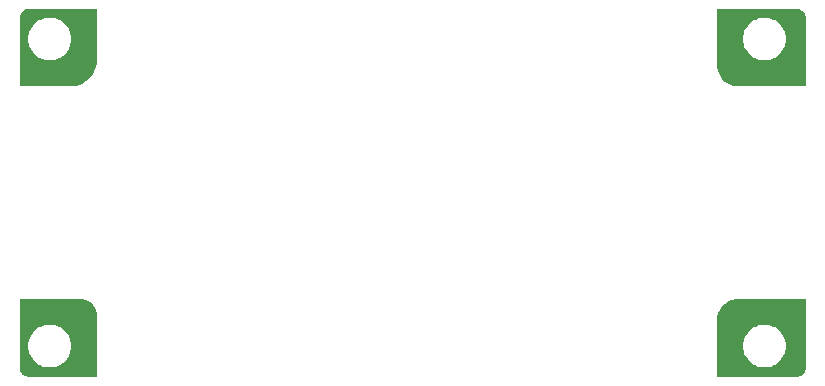
<source format=gbs>
G04*
G04 #@! TF.GenerationSoftware,Altium Limited,Altium Designer,24.4.1 (13)*
G04*
G04 Layer_Color=16711935*
%FSLAX44Y44*%
%MOMM*%
G71*
G04*
G04 #@! TF.SameCoordinates,045E0543-E0AC-4246-A88E-993A7DB0923D*
G04*
G04*
G04 #@! TF.FilePolarity,Negative*
G04*
G01*
G75*
G36*
X58784Y68181D02*
X61151Y67241D01*
X63298Y65872D01*
X65150Y64124D01*
X66640Y62059D01*
X67715Y59750D01*
X68337Y57281D01*
X68410Y56010D01*
X68410Y2960D01*
X10660D01*
X9929Y2960D01*
X8494Y3236D01*
X7137Y3779D01*
X5907Y4569D01*
X4848Y5577D01*
X4000Y6768D01*
X3391Y8097D01*
X3045Y9517D01*
X3010Y10247D01*
Y68660D01*
X55010D01*
X55010Y68660D01*
X55010Y68660D01*
X56283Y68660D01*
X58784Y68181D01*
D02*
G37*
G36*
X68410Y269810D02*
X68190Y267663D01*
X66973Y263523D01*
X65021Y259674D01*
X62399Y256247D01*
X59196Y253355D01*
X55518Y251097D01*
X51491Y249548D01*
X47248Y248760D01*
X45090Y248760D01*
X3010D01*
Y306849D01*
X3011Y307598D01*
X3305Y309069D01*
X3880Y310455D01*
X4714Y311701D01*
X5775Y312761D01*
X7023Y313594D01*
X8409Y314167D01*
X9880Y314460D01*
X10630Y314460D01*
X10630Y314460D01*
X68410D01*
X68410Y269810D01*
D02*
G37*
G36*
X668710Y10043D02*
X668651Y9326D01*
X668269Y7937D01*
X667637Y6643D01*
X666777Y5488D01*
X665718Y4513D01*
X664497Y3750D01*
X663155Y3226D01*
X662250Y3056D01*
X661020Y2960D01*
X593410Y2960D01*
X593410Y51910D01*
X593498Y53590D01*
X594305Y56857D01*
X595713Y59913D01*
X597673Y62648D01*
X600114Y64964D01*
X602948Y66778D01*
X606073Y68025D01*
X609378Y68660D01*
X611060D01*
X611060Y68660D01*
X668710D01*
X668710Y10043D01*
D02*
G37*
G36*
X661080Y314460D02*
X661080Y314460D01*
X661080D01*
X662250Y314374D01*
X663182Y314200D01*
X664504Y313689D01*
X665710Y312945D01*
X666759Y311992D01*
X667615Y310863D01*
X668250Y309595D01*
X668642Y308233D01*
X668710Y307528D01*
X668710Y248760D01*
X612290Y248760D01*
X610481D01*
X606929Y249446D01*
X603571Y250794D01*
X600530Y252755D01*
X597916Y255256D01*
X595824Y258208D01*
X594331Y261504D01*
X593489Y265023D01*
X593410Y266830D01*
X593410Y314460D01*
X661080D01*
X661080Y314460D01*
D02*
G37*
%LPC*%
G36*
X30037Y47050D02*
X26983D01*
X26733Y47000D01*
X26478D01*
X23484Y46404D01*
X23248Y46307D01*
X22998Y46257D01*
X20177Y45089D01*
X19965Y44947D01*
X19729Y44849D01*
X17191Y43153D01*
X17010Y42973D01*
X16798Y42831D01*
X14639Y40672D01*
X14497Y40460D01*
X14317Y40279D01*
X12621Y37741D01*
X12523Y37505D01*
X12381Y37293D01*
X11213Y34472D01*
X11163Y34222D01*
X11066Y33986D01*
X10470Y30992D01*
Y30737D01*
X10420Y30487D01*
Y27433D01*
X10470Y27183D01*
Y26928D01*
X11066Y23934D01*
X11163Y23698D01*
X11213Y23448D01*
X12381Y20627D01*
X12523Y20415D01*
X12621Y20179D01*
X14317Y17641D01*
X14497Y17460D01*
X14639Y17248D01*
X16798Y15089D01*
X17010Y14947D01*
X17191Y14767D01*
X19729Y13071D01*
X19965Y12973D01*
X20177Y12831D01*
X22998Y11663D01*
X23248Y11613D01*
X23484Y11516D01*
X26478Y10920D01*
X26733D01*
X26983Y10870D01*
X30037D01*
X30287Y10920D01*
X30542D01*
X33536Y11516D01*
X33772Y11613D01*
X34022Y11663D01*
X36843Y12831D01*
X37055Y12973D01*
X37291Y13071D01*
X39829Y14767D01*
X40010Y14947D01*
X40222Y15089D01*
X42381Y17248D01*
X42523Y17460D01*
X42703Y17641D01*
X44399Y20179D01*
X44497Y20415D01*
X44639Y20627D01*
X45807Y23448D01*
X45857Y23698D01*
X45954Y23934D01*
X46550Y26928D01*
Y27183D01*
X46600Y27433D01*
Y30487D01*
X46550Y30737D01*
Y30992D01*
X45954Y33986D01*
X45857Y34222D01*
X45807Y34472D01*
X44639Y37293D01*
X44497Y37505D01*
X44399Y37741D01*
X42703Y40279D01*
X42523Y40460D01*
X42381Y40672D01*
X40222Y42831D01*
X40010Y42973D01*
X39829Y43153D01*
X37291Y44849D01*
X37055Y44947D01*
X36843Y45089D01*
X34022Y46257D01*
X33772Y46307D01*
X33536Y46404D01*
X30542Y47000D01*
X30287D01*
X30037Y47050D01*
D02*
G37*
G36*
Y307050D02*
X26983D01*
X26733Y307000D01*
X26478D01*
X23484Y306404D01*
X23248Y306307D01*
X22998Y306257D01*
X20177Y305089D01*
X19965Y304947D01*
X19729Y304849D01*
X17191Y303153D01*
X17010Y302973D01*
X16798Y302831D01*
X14639Y300672D01*
X14497Y300460D01*
X14317Y300280D01*
X12621Y297741D01*
X12523Y297505D01*
X12381Y297293D01*
X11213Y294472D01*
X11163Y294222D01*
X11066Y293986D01*
X10470Y290992D01*
Y290737D01*
X10420Y290487D01*
Y288960D01*
Y287433D01*
X10470Y287183D01*
Y286928D01*
X11066Y283934D01*
X11163Y283698D01*
X11213Y283448D01*
X12381Y280627D01*
X12523Y280415D01*
X12621Y280179D01*
X14317Y277640D01*
X14497Y277460D01*
X14639Y277248D01*
X16798Y275089D01*
X17010Y274947D01*
X17191Y274767D01*
X19729Y273071D01*
X19965Y272973D01*
X20177Y272831D01*
X22998Y271663D01*
X23248Y271613D01*
X23484Y271516D01*
X26478Y270920D01*
X26733D01*
X26983Y270870D01*
X30037D01*
X30287Y270920D01*
X30542D01*
X33536Y271516D01*
X33772Y271613D01*
X34022Y271663D01*
X36843Y272831D01*
X37055Y272973D01*
X37291Y273071D01*
X39829Y274767D01*
X40010Y274947D01*
X40222Y275089D01*
X42381Y277248D01*
X42523Y277460D01*
X42703Y277640D01*
X44399Y280179D01*
X44497Y280415D01*
X44639Y280627D01*
X45807Y283448D01*
X45857Y283698D01*
X45954Y283934D01*
X46550Y286928D01*
Y287183D01*
X46600Y287433D01*
Y288960D01*
Y290487D01*
X46550Y290737D01*
Y290992D01*
X45954Y293986D01*
X45857Y294222D01*
X45807Y294472D01*
X44639Y297293D01*
X44497Y297505D01*
X44399Y297741D01*
X42703Y300280D01*
X42523Y300460D01*
X42381Y300672D01*
X40222Y302831D01*
X40010Y302973D01*
X39829Y303153D01*
X37291Y304849D01*
X37055Y304947D01*
X36843Y305089D01*
X34022Y306257D01*
X33772Y306307D01*
X33536Y306404D01*
X30542Y307000D01*
X30287D01*
X30037Y307050D01*
D02*
G37*
G36*
X635037Y47050D02*
X631983D01*
X631733Y47000D01*
X631478D01*
X628484Y46404D01*
X628248Y46307D01*
X627998Y46257D01*
X625177Y45089D01*
X624965Y44947D01*
X624729Y44849D01*
X622191Y43153D01*
X622010Y42973D01*
X621798Y42831D01*
X619639Y40672D01*
X619497Y40460D01*
X619317Y40279D01*
X617621Y37741D01*
X617523Y37505D01*
X617381Y37293D01*
X616213Y34472D01*
X616163Y34222D01*
X616066Y33986D01*
X615470Y30992D01*
Y30737D01*
X615420Y30487D01*
Y27433D01*
X615470Y27183D01*
Y26928D01*
X616066Y23934D01*
X616163Y23698D01*
X616213Y23448D01*
X617381Y20627D01*
X617523Y20415D01*
X617621Y20179D01*
X619317Y17641D01*
X619497Y17460D01*
X619639Y17248D01*
X621798Y15089D01*
X622010Y14947D01*
X622191Y14767D01*
X624729Y13071D01*
X624965Y12973D01*
X625177Y12831D01*
X627998Y11663D01*
X628248Y11613D01*
X628484Y11516D01*
X631478Y10920D01*
X631733D01*
X631983Y10870D01*
X635037D01*
X635287Y10920D01*
X635542D01*
X638536Y11516D01*
X638772Y11613D01*
X639022Y11663D01*
X641843Y12831D01*
X642055Y12973D01*
X642291Y13071D01*
X644829Y14767D01*
X645010Y14947D01*
X645222Y15089D01*
X647381Y17248D01*
X647523Y17460D01*
X647703Y17641D01*
X649399Y20179D01*
X649497Y20415D01*
X649639Y20627D01*
X650807Y23448D01*
X650857Y23698D01*
X650954Y23934D01*
X651550Y26928D01*
Y27183D01*
X651600Y27433D01*
Y30487D01*
X651550Y30737D01*
Y30992D01*
X650954Y33986D01*
X650857Y34222D01*
X650807Y34472D01*
X649639Y37293D01*
X649497Y37505D01*
X649399Y37741D01*
X647703Y40279D01*
X647523Y40460D01*
X647381Y40672D01*
X645222Y42831D01*
X645010Y42973D01*
X644829Y43153D01*
X642291Y44849D01*
X642055Y44947D01*
X641843Y45089D01*
X639022Y46257D01*
X638772Y46307D01*
X638536Y46404D01*
X635542Y47000D01*
X635287D01*
X635037Y47050D01*
D02*
G37*
G36*
Y307050D02*
X631983D01*
X631733Y307000D01*
X631478D01*
X628484Y306404D01*
X628248Y306307D01*
X627998Y306257D01*
X625177Y305089D01*
X624965Y304947D01*
X624729Y304849D01*
X622191Y303153D01*
X622010Y302973D01*
X621798Y302831D01*
X619639Y300672D01*
X619497Y300460D01*
X619317Y300280D01*
X617621Y297741D01*
X617523Y297505D01*
X617381Y297293D01*
X616213Y294472D01*
X616163Y294222D01*
X616066Y293986D01*
X615470Y290992D01*
Y290737D01*
X615420Y290487D01*
Y287433D01*
X615470Y287183D01*
Y286928D01*
X616066Y283934D01*
X616163Y283698D01*
X616213Y283448D01*
X617381Y280627D01*
X617523Y280415D01*
X617621Y280179D01*
X619317Y277640D01*
X619497Y277460D01*
X619639Y277248D01*
X621798Y275089D01*
X622010Y274947D01*
X622191Y274767D01*
X624729Y273071D01*
X624965Y272973D01*
X625177Y272831D01*
X627998Y271663D01*
X628248Y271613D01*
X628484Y271516D01*
X631478Y270920D01*
X631733D01*
X631983Y270870D01*
X635037D01*
X635287Y270920D01*
X635542D01*
X638536Y271516D01*
X638772Y271613D01*
X639022Y271663D01*
X641843Y272831D01*
X642055Y272973D01*
X642291Y273071D01*
X644829Y274767D01*
X645010Y274947D01*
X645222Y275089D01*
X647381Y277248D01*
X647523Y277460D01*
X647703Y277640D01*
X649399Y280179D01*
X649497Y280415D01*
X649639Y280627D01*
X650807Y283448D01*
X650857Y283698D01*
X650954Y283934D01*
X651550Y286928D01*
Y287183D01*
X651600Y287433D01*
Y290487D01*
X651550Y290737D01*
Y290992D01*
X650954Y293986D01*
X650857Y294222D01*
X650807Y294472D01*
X649639Y297293D01*
X649497Y297505D01*
X649399Y297741D01*
X647703Y300280D01*
X647523Y300460D01*
X647381Y300672D01*
X645222Y302831D01*
X645010Y302973D01*
X644829Y303153D01*
X642291Y304849D01*
X642055Y304947D01*
X641843Y305089D01*
X639022Y306257D01*
X638772Y306307D01*
X638536Y306404D01*
X635542Y307000D01*
X635287D01*
X635037Y307050D01*
D02*
G37*
%LPD*%
M02*

</source>
